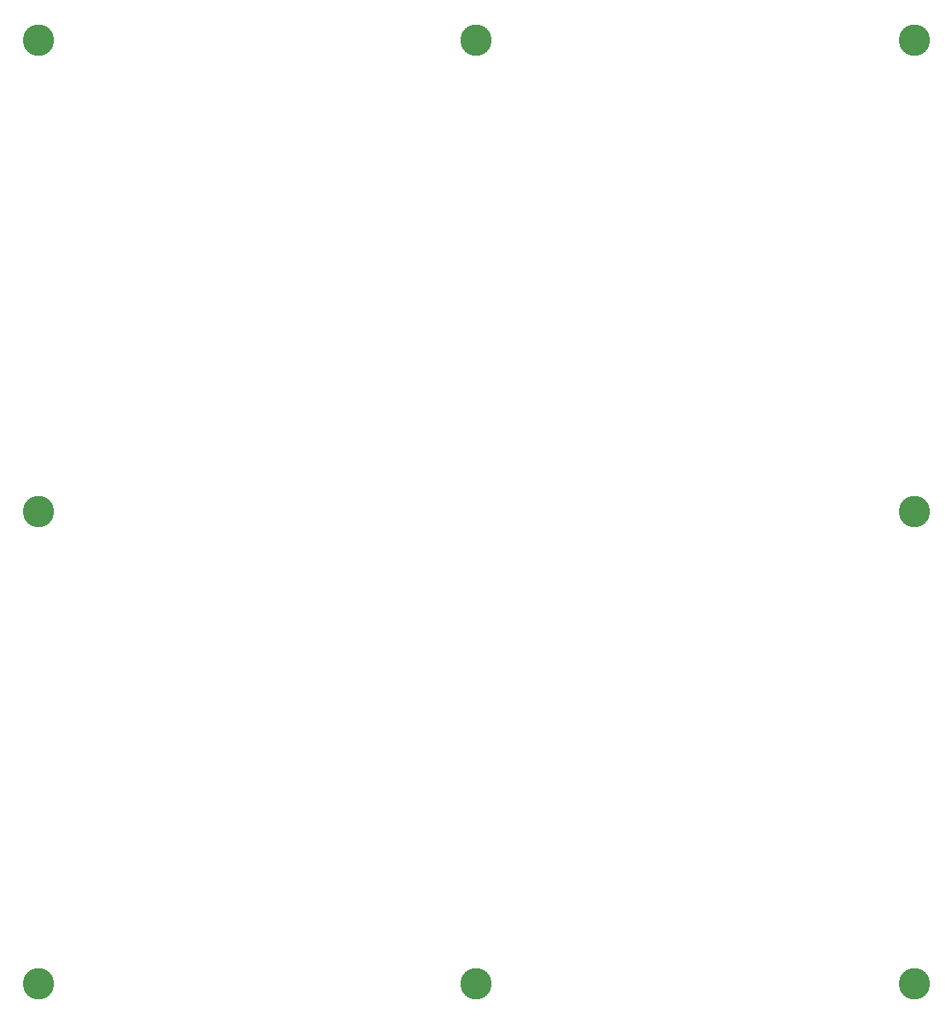
<source format=gbr>
G04 #@! TF.FileFunction,Soldermask,Top*
%FSLAX46Y46*%
G04 Gerber Fmt 4.6, Leading zero omitted, Abs format (unit mm)*
G04 Created by KiCad (PCBNEW 4.0.7) date Friday, July 13, 2018 'AMt' 10:56:13 AM*
%MOMM*%
%LPD*%
G01*
G04 APERTURE LIST*
%ADD10C,0.100000*%
%ADD11C,3.100000*%
G04 APERTURE END LIST*
D10*
D11*
X143390000Y-146720000D03*
X100000000Y-146720000D03*
X56610000Y-146720000D03*
X143390000Y-100000000D03*
X56610000Y-100000000D03*
X143390000Y-53280000D03*
X100000000Y-53280000D03*
X56610000Y-53280000D03*
M02*

</source>
